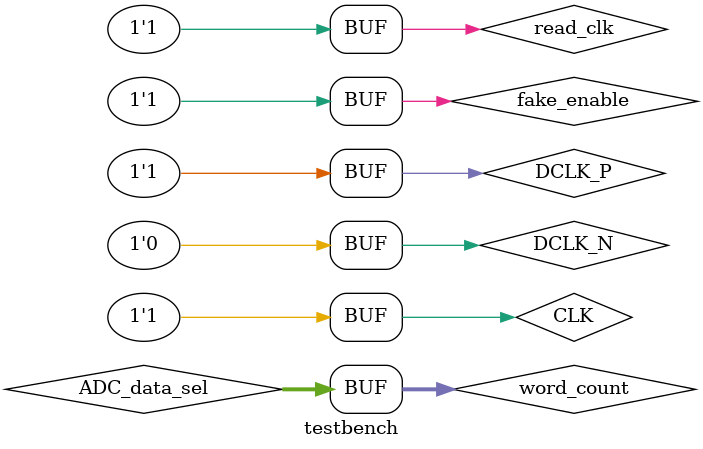
<source format=v>
`timescale 1ns / 1ps


module testbench();
wire [31:0] ADC_data_out;
wire ADC_data_valid;
wire [1:0] ADC_data_sel;
wire next_word;
reg read_clk;
reg fake_enable;
wire DCLK_P;
wire DCLK_N;


ADC_core_block UUT(
    .ADC_data_out(ADC_data_out),
    .ADC_data_valid(ADC_data_valid),
    .ADC_data_sel(ADC_data_sel),
    .next_word(next_word),
    .read_clk(read_clk),
    .fake_enable(fake_enable),
    .DCLK_P(DCLK_P),
    .DCLK_N(DCLK_N)
);
    reg CLK;
  parameter PERIOD = 4.0;
   always begin
      CLK = 1'b0;
      #(PERIOD/2) CLK = 1'b1;
      #(PERIOD/2);
   end
assign DCLK_P = CLK;
assign DCLK_N = !CLK;

  parameter PERIOD2 = 17.0;
   always begin
      read_clk = 1'b0;
      #(PERIOD2/2) read_clk = 1'b1;
      #(PERIOD2/2);
   end
   
reg [75:0] data_out;
reg [1:0] word_count = 0;
always @ (posedge read_clk) begin
    if (!ADC_data_valid) word_count <= 0;
    else word_count <= word_count + 1;   
    if (word_count == 0) data_out[31:0] <= ADC_data_out;     
    if (word_count == 1) data_out[63:32] <= ADC_data_out;     
    if (word_count == 2) data_out[75:64] <= ADC_data_out[11:0];     
end
assign next_word = (word_count == 3);
assign ADC_data_sel = word_count;

initial begin
fake_enable = 1;

end
endmodule

</source>
